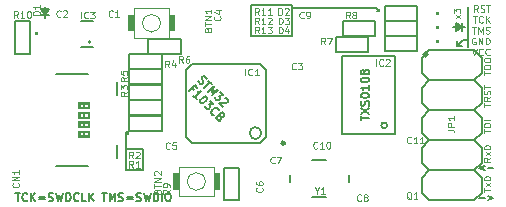
<source format=gbr>
%TF.GenerationSoftware,KiCad,Pcbnew,(6.0.7)*%
%TF.CreationDate,2022-09-08T11:38:00+02:00*%
%TF.ProjectId,blackmagic_richardeoin,626c6163-6b6d-4616-9769-635f72696368,rev?*%
%TF.SameCoordinates,Original*%
%TF.FileFunction,Legend,Top*%
%TF.FilePolarity,Positive*%
%FSLAX46Y46*%
G04 Gerber Fmt 4.6, Leading zero omitted, Abs format (unit mm)*
G04 Created by KiCad (PCBNEW (6.0.7)) date 2022-09-08 11:38:00*
%MOMM*%
%LPD*%
G01*
G04 APERTURE LIST*
%ADD10C,0.150000*%
%ADD11C,0.300000*%
%ADD12C,0.142500*%
%ADD13C,0.108000*%
%ADD14C,0.057000*%
%ADD15C,0.152400*%
%ADD16C,0.127000*%
%ADD17C,0.203200*%
%ADD18C,0.100000*%
G04 APERTURE END LIST*
D10*
X165925000Y-100100000D02*
X166250000Y-100100000D01*
X165900000Y-99725000D02*
X165900000Y-100100000D01*
X166400000Y-99600000D02*
X165900000Y-100100000D01*
X166800000Y-99600000D02*
X166400000Y-99600000D01*
X166800000Y-96800000D02*
X166800000Y-100200000D01*
X165812500Y-98712500D02*
X166012500Y-98637500D01*
X165762500Y-98900000D02*
X166287500Y-98550000D01*
X165762500Y-98200000D02*
X165762500Y-98900000D01*
X165562500Y-98550000D02*
X166512500Y-98550000D01*
X166287500Y-98550000D02*
X165762500Y-98200000D01*
X166287500Y-98875000D02*
X166287500Y-98225000D01*
X165987500Y-98462500D02*
X165812500Y-98437500D01*
X165812500Y-98437500D02*
X165812500Y-98362500D01*
X131012500Y-97525000D02*
X131362500Y-97000000D01*
X131125000Y-97050000D02*
X131200000Y-97050000D01*
X131100000Y-97225000D02*
X131125000Y-97050000D01*
X130925000Y-97250000D02*
X131100000Y-97225000D01*
X130850000Y-97050000D02*
X130925000Y-97250000D01*
X130662500Y-97000000D02*
X131012500Y-97525000D01*
X131362500Y-97000000D02*
X130662500Y-97000000D01*
X130687500Y-97525000D02*
X131337500Y-97525000D01*
X131012500Y-96800000D02*
X131012500Y-97750000D01*
D11*
X163301100Y-100853600D02*
G75*
G03*
X163301100Y-100853600I-100000J0D01*
G01*
X151251100Y-108353600D02*
G75*
G03*
X151251100Y-108353600I-100000J0D01*
G01*
D10*
X151901100Y-99303600D02*
X148451100Y-99303600D01*
X159001100Y-96903600D02*
X159301100Y-97203600D01*
X151901100Y-96903600D02*
X159001100Y-96903600D01*
X151901100Y-99303600D02*
X151901100Y-96903600D01*
X137801100Y-108853600D02*
X137801100Y-110653600D01*
X138001100Y-107403600D02*
X137801100Y-107403600D01*
X139251100Y-108853600D02*
X139251100Y-110653600D01*
X159301100Y-97203600D02*
X159101100Y-97203600D01*
X137801100Y-108853600D02*
X137801100Y-107603600D01*
X137801100Y-107603600D02*
X138001100Y-107403600D01*
X148451100Y-99303600D02*
X148451100Y-96703600D01*
X139251100Y-108853600D02*
X137801100Y-108853600D01*
X139251100Y-110653600D02*
X137801100Y-110653600D01*
X151901100Y-96703600D02*
X148451100Y-96703600D01*
X151901100Y-96903600D02*
X151901100Y-96703600D01*
X159301100Y-97203600D02*
X159301100Y-97003600D01*
X138001100Y-107403600D02*
X138001100Y-107603600D01*
D12*
X167768939Y-113036314D02*
X168203225Y-113036314D01*
X168474653Y-112873457D02*
X168908939Y-113036314D01*
X168474653Y-113199171D01*
D13*
X168130957Y-112467671D02*
X168130957Y-112141957D01*
X168700957Y-112304814D02*
X168130957Y-112304814D01*
X168700957Y-112006242D02*
X168320957Y-111707671D01*
X168320957Y-112006242D02*
X168700957Y-111707671D01*
X168700957Y-111490528D02*
X168130957Y-111490528D01*
X168130957Y-111354814D01*
X168158100Y-111273385D01*
X168212385Y-111219100D01*
X168266671Y-111191957D01*
X168375242Y-111164814D01*
X168456671Y-111164814D01*
X168565242Y-111191957D01*
X168619528Y-111219100D01*
X168673814Y-111273385D01*
X168700957Y-111354814D01*
X168700957Y-111490528D01*
X166143957Y-97796657D02*
X165763957Y-97498085D01*
X165763957Y-97796657D02*
X166143957Y-97498085D01*
X165573957Y-97335228D02*
X165573957Y-96982371D01*
X165791100Y-97172371D01*
X165791100Y-97090942D01*
X165818242Y-97036657D01*
X165845385Y-97009514D01*
X165899671Y-96982371D01*
X166035385Y-96982371D01*
X166089671Y-97009514D01*
X166116814Y-97036657D01*
X166143957Y-97090942D01*
X166143957Y-97253800D01*
X166116814Y-97308085D01*
X166089671Y-97335228D01*
D10*
X143943868Y-103104884D02*
X143990335Y-103197818D01*
X144106503Y-103313986D01*
X144176204Y-103337220D01*
X144222671Y-103337220D01*
X144292371Y-103313986D01*
X144338838Y-103267519D01*
X144362072Y-103197818D01*
X144362072Y-103151351D01*
X144338838Y-103081651D01*
X144269138Y-102965483D01*
X144245904Y-102895783D01*
X144245904Y-102849316D01*
X144269138Y-102779615D01*
X144315605Y-102733148D01*
X144385305Y-102709915D01*
X144431772Y-102709915D01*
X144501473Y-102733148D01*
X144617640Y-102849316D01*
X144664107Y-102942250D01*
X144826742Y-103058417D02*
X145105544Y-103337220D01*
X144478239Y-103685722D02*
X144966143Y-103197818D01*
X144780275Y-103987758D02*
X145268178Y-103499854D01*
X145082310Y-104010991D01*
X145593448Y-103825123D01*
X145105544Y-104313027D01*
X145779316Y-104010991D02*
X146081351Y-104313027D01*
X145732849Y-104336260D01*
X145802549Y-104405961D01*
X145825783Y-104475661D01*
X145825783Y-104522128D01*
X145802549Y-104591829D01*
X145686382Y-104707997D01*
X145616681Y-104731230D01*
X145570214Y-104731230D01*
X145500514Y-104707997D01*
X145361112Y-104568595D01*
X145337879Y-104498895D01*
X145337879Y-104452428D01*
X146220752Y-104545362D02*
X146267219Y-104545362D01*
X146336920Y-104568595D01*
X146453087Y-104684763D01*
X146476321Y-104754464D01*
X146476321Y-104800931D01*
X146453087Y-104870631D01*
X146406620Y-104917098D01*
X146313686Y-104963565D01*
X145756082Y-104963565D01*
X146058118Y-105265601D01*
X143576547Y-103843942D02*
X143413912Y-103681308D01*
X143158343Y-103936876D02*
X143646247Y-103448973D01*
X143878582Y-103681308D01*
X143832115Y-104610648D02*
X143553313Y-104331846D01*
X143692714Y-104471247D02*
X144180618Y-103983343D01*
X144064450Y-104006577D01*
X143971516Y-104006577D01*
X143901816Y-103983343D01*
X144622054Y-104424780D02*
X144668522Y-104471247D01*
X144691755Y-104540948D01*
X144691755Y-104587415D01*
X144668522Y-104657115D01*
X144598821Y-104773283D01*
X144482653Y-104889450D01*
X144366486Y-104959151D01*
X144296785Y-104982384D01*
X144250318Y-104982384D01*
X144180618Y-104959151D01*
X144134151Y-104912684D01*
X144110917Y-104842983D01*
X144110917Y-104796516D01*
X144134151Y-104726816D01*
X144203851Y-104610648D01*
X144320019Y-104494481D01*
X144436186Y-104424780D01*
X144505887Y-104401547D01*
X144552354Y-104401547D01*
X144622054Y-104424780D01*
X144947324Y-104750049D02*
X145249359Y-105052085D01*
X144900857Y-105075318D01*
X144970557Y-105145019D01*
X144993791Y-105214719D01*
X144993791Y-105261186D01*
X144970557Y-105330887D01*
X144854390Y-105447054D01*
X144784689Y-105470288D01*
X144738222Y-105470288D01*
X144668522Y-105447054D01*
X144529120Y-105307653D01*
X144505887Y-105237953D01*
X144505887Y-105191486D01*
X145295826Y-105981425D02*
X145249359Y-105981425D01*
X145156425Y-105934958D01*
X145109958Y-105888491D01*
X145063491Y-105795557D01*
X145063491Y-105702623D01*
X145086725Y-105632923D01*
X145156425Y-105516755D01*
X145226126Y-105447054D01*
X145342293Y-105377354D01*
X145411994Y-105354120D01*
X145504928Y-105354120D01*
X145597862Y-105400587D01*
X145644329Y-105447054D01*
X145690796Y-105539989D01*
X145690796Y-105586456D01*
X145876664Y-106144060D02*
X145923131Y-106236994D01*
X145923131Y-106283461D01*
X145899897Y-106353161D01*
X145830197Y-106422862D01*
X145760496Y-106446095D01*
X145714029Y-106446095D01*
X145644329Y-106422862D01*
X145458461Y-106236994D01*
X145946364Y-105749090D01*
X146108999Y-105911725D01*
X146132233Y-105981425D01*
X146132233Y-106027892D01*
X146108999Y-106097593D01*
X146062532Y-106144060D01*
X145992832Y-106167293D01*
X145946364Y-106167293D01*
X145876664Y-106144060D01*
X145714029Y-105981425D01*
D13*
X168700957Y-109588385D02*
X168429528Y-109778385D01*
X168700957Y-109914100D02*
X168130957Y-109914100D01*
X168130957Y-109696957D01*
X168158100Y-109642671D01*
X168185242Y-109615528D01*
X168239528Y-109588385D01*
X168320957Y-109588385D01*
X168375242Y-109615528D01*
X168402385Y-109642671D01*
X168429528Y-109696957D01*
X168429528Y-109914100D01*
X168700957Y-109398385D02*
X168320957Y-109099814D01*
X168320957Y-109398385D02*
X168700957Y-109099814D01*
X168700957Y-108882671D02*
X168130957Y-108882671D01*
X168130957Y-108746957D01*
X168158100Y-108665528D01*
X168212385Y-108611242D01*
X168266671Y-108584100D01*
X168375242Y-108556957D01*
X168456671Y-108556957D01*
X168565242Y-108584100D01*
X168619528Y-108611242D01*
X168673814Y-108665528D01*
X168700957Y-108746957D01*
X168700957Y-108882671D01*
X168130957Y-105296028D02*
X168130957Y-104970314D01*
X168700957Y-105133171D02*
X168130957Y-105133171D01*
X168700957Y-104454600D02*
X168429528Y-104644600D01*
X168700957Y-104780314D02*
X168130957Y-104780314D01*
X168130957Y-104563171D01*
X168158100Y-104508885D01*
X168185242Y-104481742D01*
X168239528Y-104454600D01*
X168320957Y-104454600D01*
X168375242Y-104481742D01*
X168402385Y-104508885D01*
X168429528Y-104563171D01*
X168429528Y-104780314D01*
X168673814Y-104237457D02*
X168700957Y-104156028D01*
X168700957Y-104020314D01*
X168673814Y-103966028D01*
X168646671Y-103938885D01*
X168592385Y-103911742D01*
X168538100Y-103911742D01*
X168483814Y-103938885D01*
X168456671Y-103966028D01*
X168429528Y-104020314D01*
X168402385Y-104128885D01*
X168375242Y-104183171D01*
X168348100Y-104210314D01*
X168293814Y-104237457D01*
X168239528Y-104237457D01*
X168185242Y-104210314D01*
X168158100Y-104183171D01*
X168130957Y-104128885D01*
X168130957Y-103993171D01*
X168158100Y-103911742D01*
X168130957Y-103748885D02*
X168130957Y-103423171D01*
X168700957Y-103586028D02*
X168130957Y-103586028D01*
D10*
X157723242Y-106422171D02*
X157723242Y-106027885D01*
X158413242Y-106225028D02*
X157723242Y-106225028D01*
X157723242Y-105863600D02*
X158413242Y-105403600D01*
X157723242Y-105403600D02*
X158413242Y-105863600D01*
X158380385Y-105173600D02*
X158413242Y-105075028D01*
X158413242Y-104910742D01*
X158380385Y-104845028D01*
X158347528Y-104812171D01*
X158281814Y-104779314D01*
X158216100Y-104779314D01*
X158150385Y-104812171D01*
X158117528Y-104845028D01*
X158084671Y-104910742D01*
X158051814Y-105042171D01*
X158018957Y-105107885D01*
X157986100Y-105140742D01*
X157920385Y-105173600D01*
X157854671Y-105173600D01*
X157788957Y-105140742D01*
X157756100Y-105107885D01*
X157723242Y-105042171D01*
X157723242Y-104877885D01*
X157756100Y-104779314D01*
X157723242Y-104352171D02*
X157723242Y-104286457D01*
X157756100Y-104220742D01*
X157788957Y-104187885D01*
X157854671Y-104155028D01*
X157986100Y-104122171D01*
X158150385Y-104122171D01*
X158281814Y-104155028D01*
X158347528Y-104187885D01*
X158380385Y-104220742D01*
X158413242Y-104286457D01*
X158413242Y-104352171D01*
X158380385Y-104417885D01*
X158347528Y-104450742D01*
X158281814Y-104483600D01*
X158150385Y-104516457D01*
X157986100Y-104516457D01*
X157854671Y-104483600D01*
X157788957Y-104450742D01*
X157756100Y-104417885D01*
X157723242Y-104352171D01*
X158413242Y-103465028D02*
X158413242Y-103859314D01*
X158413242Y-103662171D02*
X157723242Y-103662171D01*
X157821814Y-103727885D01*
X157887528Y-103793600D01*
X157920385Y-103859314D01*
X157723242Y-103037885D02*
X157723242Y-102972171D01*
X157756100Y-102906457D01*
X157788957Y-102873600D01*
X157854671Y-102840742D01*
X157986100Y-102807885D01*
X158150385Y-102807885D01*
X158281814Y-102840742D01*
X158347528Y-102873600D01*
X158380385Y-102906457D01*
X158413242Y-102972171D01*
X158413242Y-103037885D01*
X158380385Y-103103600D01*
X158347528Y-103136457D01*
X158281814Y-103169314D01*
X158150385Y-103202171D01*
X157986100Y-103202171D01*
X157854671Y-103169314D01*
X157788957Y-103136457D01*
X157756100Y-103103600D01*
X157723242Y-103037885D01*
X158018957Y-102413600D02*
X157986100Y-102479314D01*
X157953242Y-102512171D01*
X157887528Y-102545028D01*
X157854671Y-102545028D01*
X157788957Y-102512171D01*
X157756100Y-102479314D01*
X157723242Y-102413600D01*
X157723242Y-102282171D01*
X157756100Y-102216457D01*
X157788957Y-102183600D01*
X157854671Y-102150742D01*
X157887528Y-102150742D01*
X157953242Y-102183600D01*
X157986100Y-102216457D01*
X158018957Y-102282171D01*
X158018957Y-102413600D01*
X158051814Y-102479314D01*
X158084671Y-102512171D01*
X158150385Y-102545028D01*
X158281814Y-102545028D01*
X158347528Y-102512171D01*
X158380385Y-102479314D01*
X158413242Y-102413600D01*
X158413242Y-102282171D01*
X158380385Y-102216457D01*
X158347528Y-102183600D01*
X158281814Y-102150742D01*
X158150385Y-102150742D01*
X158084671Y-102183600D01*
X158051814Y-102216457D01*
X158018957Y-102282171D01*
D13*
X167645185Y-97246457D02*
X167455185Y-96975028D01*
X167319471Y-97246457D02*
X167319471Y-96676457D01*
X167536614Y-96676457D01*
X167590900Y-96703600D01*
X167618042Y-96730742D01*
X167645185Y-96785028D01*
X167645185Y-96866457D01*
X167618042Y-96920742D01*
X167590900Y-96947885D01*
X167536614Y-96975028D01*
X167319471Y-96975028D01*
X167862328Y-97219314D02*
X167943757Y-97246457D01*
X168079471Y-97246457D01*
X168133757Y-97219314D01*
X168160900Y-97192171D01*
X168188042Y-97137885D01*
X168188042Y-97083600D01*
X168160900Y-97029314D01*
X168133757Y-97002171D01*
X168079471Y-96975028D01*
X167970900Y-96947885D01*
X167916614Y-96920742D01*
X167889471Y-96893600D01*
X167862328Y-96839314D01*
X167862328Y-96785028D01*
X167889471Y-96730742D01*
X167916614Y-96703600D01*
X167970900Y-96676457D01*
X168106614Y-96676457D01*
X168188042Y-96703600D01*
X168350900Y-96676457D02*
X168676614Y-96676457D01*
X168513757Y-97246457D02*
X168513757Y-96676457D01*
X167210900Y-97594157D02*
X167536614Y-97594157D01*
X167373757Y-98164157D02*
X167373757Y-97594157D01*
X168052328Y-98109871D02*
X168025185Y-98137014D01*
X167943757Y-98164157D01*
X167889471Y-98164157D01*
X167808042Y-98137014D01*
X167753757Y-98082728D01*
X167726614Y-98028442D01*
X167699471Y-97919871D01*
X167699471Y-97838442D01*
X167726614Y-97729871D01*
X167753757Y-97675585D01*
X167808042Y-97621300D01*
X167889471Y-97594157D01*
X167943757Y-97594157D01*
X168025185Y-97621300D01*
X168052328Y-97648442D01*
X168296614Y-98164157D02*
X168296614Y-97594157D01*
X168622328Y-98164157D02*
X168378042Y-97838442D01*
X168622328Y-97594157D02*
X168296614Y-97919871D01*
X167156614Y-98511857D02*
X167482328Y-98511857D01*
X167319471Y-99081857D02*
X167319471Y-98511857D01*
X167672328Y-99081857D02*
X167672328Y-98511857D01*
X167862328Y-98919000D01*
X168052328Y-98511857D01*
X168052328Y-99081857D01*
X168296614Y-99054714D02*
X168378042Y-99081857D01*
X168513757Y-99081857D01*
X168568042Y-99054714D01*
X168595185Y-99027571D01*
X168622328Y-98973285D01*
X168622328Y-98919000D01*
X168595185Y-98864714D01*
X168568042Y-98837571D01*
X168513757Y-98810428D01*
X168405185Y-98783285D01*
X168350900Y-98756142D01*
X168323757Y-98729000D01*
X168296614Y-98674714D01*
X168296614Y-98620428D01*
X168323757Y-98566142D01*
X168350900Y-98539000D01*
X168405185Y-98511857D01*
X168540900Y-98511857D01*
X168622328Y-98539000D01*
X167428042Y-99456700D02*
X167373757Y-99429557D01*
X167292328Y-99429557D01*
X167210900Y-99456700D01*
X167156614Y-99510985D01*
X167129471Y-99565271D01*
X167102328Y-99673842D01*
X167102328Y-99755271D01*
X167129471Y-99863842D01*
X167156614Y-99918128D01*
X167210900Y-99972414D01*
X167292328Y-99999557D01*
X167346614Y-99999557D01*
X167428042Y-99972414D01*
X167455185Y-99945271D01*
X167455185Y-99755271D01*
X167346614Y-99755271D01*
X167699471Y-99999557D02*
X167699471Y-99429557D01*
X168025185Y-99999557D01*
X168025185Y-99429557D01*
X168296614Y-99999557D02*
X168296614Y-99429557D01*
X168432328Y-99429557D01*
X168513757Y-99456700D01*
X168568042Y-99510985D01*
X168595185Y-99565271D01*
X168622328Y-99673842D01*
X168622328Y-99755271D01*
X168595185Y-99863842D01*
X168568042Y-99918128D01*
X168513757Y-99972414D01*
X168432328Y-99999557D01*
X168296614Y-99999557D01*
X167156614Y-100347257D02*
X167346614Y-100917257D01*
X167536614Y-100347257D01*
X168052328Y-100862971D02*
X168025185Y-100890114D01*
X167943757Y-100917257D01*
X167889471Y-100917257D01*
X167808042Y-100890114D01*
X167753757Y-100835828D01*
X167726614Y-100781542D01*
X167699471Y-100672971D01*
X167699471Y-100591542D01*
X167726614Y-100482971D01*
X167753757Y-100428685D01*
X167808042Y-100374400D01*
X167889471Y-100347257D01*
X167943757Y-100347257D01*
X168025185Y-100374400D01*
X168052328Y-100401542D01*
X168622328Y-100862971D02*
X168595185Y-100890114D01*
X168513757Y-100917257D01*
X168459471Y-100917257D01*
X168378042Y-100890114D01*
X168323757Y-100835828D01*
X168296614Y-100781542D01*
X168269471Y-100672971D01*
X168269471Y-100591542D01*
X168296614Y-100482971D01*
X168323757Y-100428685D01*
X168378042Y-100374400D01*
X168459471Y-100347257D01*
X168513757Y-100347257D01*
X168595185Y-100374400D01*
X168622328Y-100401542D01*
D12*
X168203225Y-110333457D02*
X167768939Y-110496314D01*
X168203225Y-110659171D01*
X168474653Y-110496314D02*
X168908939Y-110496314D01*
D13*
X168130957Y-107483171D02*
X168130957Y-107157457D01*
X168700957Y-107320314D02*
X168130957Y-107320314D01*
X168700957Y-106967457D02*
X168130957Y-106967457D01*
X168130957Y-106831742D01*
X168158100Y-106750314D01*
X168212385Y-106696028D01*
X168266671Y-106668885D01*
X168375242Y-106641742D01*
X168456671Y-106641742D01*
X168565242Y-106668885D01*
X168619528Y-106696028D01*
X168673814Y-106750314D01*
X168700957Y-106831742D01*
X168700957Y-106967457D01*
X168700957Y-106397457D02*
X168130957Y-106397457D01*
X168130957Y-102566028D02*
X168130957Y-102240314D01*
X168700957Y-102403171D02*
X168130957Y-102403171D01*
X168700957Y-102050314D02*
X168130957Y-102050314D01*
X168130957Y-101914600D01*
X168158100Y-101833171D01*
X168212385Y-101778885D01*
X168266671Y-101751742D01*
X168375242Y-101724600D01*
X168456671Y-101724600D01*
X168565242Y-101751742D01*
X168619528Y-101778885D01*
X168673814Y-101833171D01*
X168700957Y-101914600D01*
X168700957Y-102050314D01*
X168130957Y-101371742D02*
X168130957Y-101263171D01*
X168158100Y-101208885D01*
X168212385Y-101154600D01*
X168320957Y-101127457D01*
X168510957Y-101127457D01*
X168619528Y-101154600D01*
X168673814Y-101208885D01*
X168700957Y-101263171D01*
X168700957Y-101371742D01*
X168673814Y-101426028D01*
X168619528Y-101480314D01*
X168510957Y-101507457D01*
X168320957Y-101507457D01*
X168212385Y-101480314D01*
X168158100Y-101426028D01*
X168130957Y-101371742D01*
D10*
X128464314Y-112580742D02*
X128858600Y-112580742D01*
X128661457Y-113270742D02*
X128661457Y-112580742D01*
X129482885Y-113205028D02*
X129450028Y-113237885D01*
X129351457Y-113270742D01*
X129285742Y-113270742D01*
X129187171Y-113237885D01*
X129121457Y-113172171D01*
X129088600Y-113106457D01*
X129055742Y-112975028D01*
X129055742Y-112876457D01*
X129088600Y-112745028D01*
X129121457Y-112679314D01*
X129187171Y-112613600D01*
X129285742Y-112580742D01*
X129351457Y-112580742D01*
X129450028Y-112613600D01*
X129482885Y-112646457D01*
X129778600Y-113270742D02*
X129778600Y-112580742D01*
X130172885Y-113270742D02*
X129877171Y-112876457D01*
X130172885Y-112580742D02*
X129778600Y-112975028D01*
X130468600Y-112909314D02*
X130994314Y-112909314D01*
X130994314Y-113106457D02*
X130468600Y-113106457D01*
X131290028Y-113237885D02*
X131388600Y-113270742D01*
X131552885Y-113270742D01*
X131618600Y-113237885D01*
X131651457Y-113205028D01*
X131684314Y-113139314D01*
X131684314Y-113073600D01*
X131651457Y-113007885D01*
X131618600Y-112975028D01*
X131552885Y-112942171D01*
X131421457Y-112909314D01*
X131355742Y-112876457D01*
X131322885Y-112843600D01*
X131290028Y-112777885D01*
X131290028Y-112712171D01*
X131322885Y-112646457D01*
X131355742Y-112613600D01*
X131421457Y-112580742D01*
X131585742Y-112580742D01*
X131684314Y-112613600D01*
X131914314Y-112580742D02*
X132078600Y-113270742D01*
X132210028Y-112777885D01*
X132341457Y-113270742D01*
X132505742Y-112580742D01*
X132768600Y-113270742D02*
X132768600Y-112580742D01*
X132932885Y-112580742D01*
X133031457Y-112613600D01*
X133097171Y-112679314D01*
X133130028Y-112745028D01*
X133162885Y-112876457D01*
X133162885Y-112975028D01*
X133130028Y-113106457D01*
X133097171Y-113172171D01*
X133031457Y-113237885D01*
X132932885Y-113270742D01*
X132768600Y-113270742D01*
X133852885Y-113205028D02*
X133820028Y-113237885D01*
X133721457Y-113270742D01*
X133655742Y-113270742D01*
X133557171Y-113237885D01*
X133491457Y-113172171D01*
X133458600Y-113106457D01*
X133425742Y-112975028D01*
X133425742Y-112876457D01*
X133458600Y-112745028D01*
X133491457Y-112679314D01*
X133557171Y-112613600D01*
X133655742Y-112580742D01*
X133721457Y-112580742D01*
X133820028Y-112613600D01*
X133852885Y-112646457D01*
X134477171Y-113270742D02*
X134148600Y-113270742D01*
X134148600Y-112580742D01*
X134707171Y-113270742D02*
X134707171Y-112580742D01*
X135101457Y-113270742D02*
X134805742Y-112876457D01*
X135101457Y-112580742D02*
X134707171Y-112975028D01*
X135824314Y-112580742D02*
X136218600Y-112580742D01*
X136021457Y-113270742D02*
X136021457Y-112580742D01*
X136448600Y-113270742D02*
X136448600Y-112580742D01*
X136678600Y-113073600D01*
X136908600Y-112580742D01*
X136908600Y-113270742D01*
X137204314Y-113237885D02*
X137302885Y-113270742D01*
X137467171Y-113270742D01*
X137532885Y-113237885D01*
X137565742Y-113205028D01*
X137598600Y-113139314D01*
X137598600Y-113073600D01*
X137565742Y-113007885D01*
X137532885Y-112975028D01*
X137467171Y-112942171D01*
X137335742Y-112909314D01*
X137270028Y-112876457D01*
X137237171Y-112843600D01*
X137204314Y-112777885D01*
X137204314Y-112712171D01*
X137237171Y-112646457D01*
X137270028Y-112613600D01*
X137335742Y-112580742D01*
X137500028Y-112580742D01*
X137598600Y-112613600D01*
X137894314Y-112909314D02*
X138420028Y-112909314D01*
X138420028Y-113106457D02*
X137894314Y-113106457D01*
X138715742Y-113237885D02*
X138814314Y-113270742D01*
X138978600Y-113270742D01*
X139044314Y-113237885D01*
X139077171Y-113205028D01*
X139110028Y-113139314D01*
X139110028Y-113073600D01*
X139077171Y-113007885D01*
X139044314Y-112975028D01*
X138978600Y-112942171D01*
X138847171Y-112909314D01*
X138781457Y-112876457D01*
X138748600Y-112843600D01*
X138715742Y-112777885D01*
X138715742Y-112712171D01*
X138748600Y-112646457D01*
X138781457Y-112613600D01*
X138847171Y-112580742D01*
X139011457Y-112580742D01*
X139110028Y-112613600D01*
X139340028Y-112580742D02*
X139504314Y-113270742D01*
X139635742Y-112777885D01*
X139767171Y-113270742D01*
X139931457Y-112580742D01*
X140194314Y-113270742D02*
X140194314Y-112580742D01*
X140358600Y-112580742D01*
X140457171Y-112613600D01*
X140522885Y-112679314D01*
X140555742Y-112745028D01*
X140588600Y-112876457D01*
X140588600Y-112975028D01*
X140555742Y-113106457D01*
X140522885Y-113172171D01*
X140457171Y-113237885D01*
X140358600Y-113270742D01*
X140194314Y-113270742D01*
X140884314Y-113270742D02*
X140884314Y-112580742D01*
X141344314Y-112580742D02*
X141475742Y-112580742D01*
X141541457Y-112613600D01*
X141607171Y-112679314D01*
X141640028Y-112810742D01*
X141640028Y-113040742D01*
X141607171Y-113172171D01*
X141541457Y-113237885D01*
X141475742Y-113270742D01*
X141344314Y-113270742D01*
X141278600Y-113237885D01*
X141212885Y-113172171D01*
X141180028Y-113040742D01*
X141180028Y-112810742D01*
X141212885Y-112679314D01*
X141278600Y-112613600D01*
X141344314Y-112580742D01*
D14*
%TO.C,IC1*%
X147939378Y-102617857D02*
X147939378Y-102047857D01*
X148536521Y-102563571D02*
X148509378Y-102590714D01*
X148427950Y-102617857D01*
X148373664Y-102617857D01*
X148292235Y-102590714D01*
X148237950Y-102536428D01*
X148210807Y-102482142D01*
X148183664Y-102373571D01*
X148183664Y-102292142D01*
X148210807Y-102183571D01*
X148237950Y-102129285D01*
X148292235Y-102075000D01*
X148373664Y-102047857D01*
X148427950Y-102047857D01*
X148509378Y-102075000D01*
X148536521Y-102102142D01*
X149079378Y-102617857D02*
X148753664Y-102617857D01*
X148916521Y-102617857D02*
X148916521Y-102047857D01*
X148862235Y-102129285D01*
X148807950Y-102183571D01*
X148753664Y-102210714D01*
%TO.C,Q1*%
X162002764Y-113127142D02*
X161948478Y-113100000D01*
X161894192Y-113045714D01*
X161812764Y-112964285D01*
X161758478Y-112937142D01*
X161704192Y-112937142D01*
X161731335Y-113072857D02*
X161677050Y-113045714D01*
X161622764Y-112991428D01*
X161595621Y-112882857D01*
X161595621Y-112692857D01*
X161622764Y-112584285D01*
X161677050Y-112530000D01*
X161731335Y-112502857D01*
X161839907Y-112502857D01*
X161894192Y-112530000D01*
X161948478Y-112584285D01*
X161975621Y-112692857D01*
X161975621Y-112882857D01*
X161948478Y-112991428D01*
X161894192Y-113045714D01*
X161839907Y-113072857D01*
X161731335Y-113072857D01*
X162518478Y-113072857D02*
X162192764Y-113072857D01*
X162355621Y-113072857D02*
X162355621Y-112502857D01*
X162301335Y-112584285D01*
X162247050Y-112638571D01*
X162192764Y-112665714D01*
%TO.C,R4*%
X141498478Y-101947857D02*
X141308478Y-101676428D01*
X141172764Y-101947857D02*
X141172764Y-101377857D01*
X141389907Y-101377857D01*
X141444192Y-101405000D01*
X141471335Y-101432142D01*
X141498478Y-101486428D01*
X141498478Y-101567857D01*
X141471335Y-101622142D01*
X141444192Y-101649285D01*
X141389907Y-101676428D01*
X141172764Y-101676428D01*
X141987050Y-101567857D02*
X141987050Y-101947857D01*
X141851335Y-101350714D02*
X141715621Y-101757857D01*
X142068478Y-101757857D01*
%TO.C,CN1*%
X128738571Y-111760621D02*
X128765714Y-111787764D01*
X128792857Y-111869192D01*
X128792857Y-111923478D01*
X128765714Y-112004907D01*
X128711428Y-112059192D01*
X128657142Y-112086335D01*
X128548571Y-112113478D01*
X128467142Y-112113478D01*
X128358571Y-112086335D01*
X128304285Y-112059192D01*
X128250000Y-112004907D01*
X128222857Y-111923478D01*
X128222857Y-111869192D01*
X128250000Y-111787764D01*
X128277142Y-111760621D01*
X128792857Y-111516335D02*
X128222857Y-111516335D01*
X128792857Y-111190621D01*
X128222857Y-111190621D01*
X128792857Y-110620621D02*
X128792857Y-110946335D01*
X128792857Y-110783478D02*
X128222857Y-110783478D01*
X128304285Y-110837764D01*
X128358571Y-110892050D01*
X128385714Y-110946335D01*
%TO.C,R1*%
X138448478Y-110422857D02*
X138258478Y-110151428D01*
X138122764Y-110422857D02*
X138122764Y-109852857D01*
X138339907Y-109852857D01*
X138394192Y-109880000D01*
X138421335Y-109907142D01*
X138448478Y-109961428D01*
X138448478Y-110042857D01*
X138421335Y-110097142D01*
X138394192Y-110124285D01*
X138339907Y-110151428D01*
X138122764Y-110151428D01*
X138991335Y-110422857D02*
X138665621Y-110422857D01*
X138828478Y-110422857D02*
X138828478Y-109852857D01*
X138774192Y-109934285D01*
X138719907Y-109988571D01*
X138665621Y-110015714D01*
%TO.C,R2*%
X138448478Y-109647857D02*
X138258478Y-109376428D01*
X138122764Y-109647857D02*
X138122764Y-109077857D01*
X138339907Y-109077857D01*
X138394192Y-109105000D01*
X138421335Y-109132142D01*
X138448478Y-109186428D01*
X138448478Y-109267857D01*
X138421335Y-109322142D01*
X138394192Y-109349285D01*
X138339907Y-109376428D01*
X138122764Y-109376428D01*
X138665621Y-109132142D02*
X138692764Y-109105000D01*
X138747050Y-109077857D01*
X138882764Y-109077857D01*
X138937050Y-109105000D01*
X138964192Y-109132142D01*
X138991335Y-109186428D01*
X138991335Y-109240714D01*
X138964192Y-109322142D01*
X138638478Y-109647857D01*
X138991335Y-109647857D01*
%TO.C,R5*%
X137947857Y-102776521D02*
X137676428Y-102966521D01*
X137947857Y-103102235D02*
X137377857Y-103102235D01*
X137377857Y-102885092D01*
X137405000Y-102830807D01*
X137432142Y-102803664D01*
X137486428Y-102776521D01*
X137567857Y-102776521D01*
X137622142Y-102803664D01*
X137649285Y-102830807D01*
X137676428Y-102885092D01*
X137676428Y-103102235D01*
X137377857Y-102260807D02*
X137377857Y-102532235D01*
X137649285Y-102559378D01*
X137622142Y-102532235D01*
X137595000Y-102477950D01*
X137595000Y-102342235D01*
X137622142Y-102287950D01*
X137649285Y-102260807D01*
X137703571Y-102233664D01*
X137839285Y-102233664D01*
X137893571Y-102260807D01*
X137920714Y-102287950D01*
X137947857Y-102342235D01*
X137947857Y-102477950D01*
X137920714Y-102532235D01*
X137893571Y-102559378D01*
%TO.C,R3*%
X137947857Y-104001521D02*
X137676428Y-104191521D01*
X137947857Y-104327235D02*
X137377857Y-104327235D01*
X137377857Y-104110092D01*
X137405000Y-104055807D01*
X137432142Y-104028664D01*
X137486428Y-104001521D01*
X137567857Y-104001521D01*
X137622142Y-104028664D01*
X137649285Y-104055807D01*
X137676428Y-104110092D01*
X137676428Y-104327235D01*
X137377857Y-103811521D02*
X137377857Y-103458664D01*
X137595000Y-103648664D01*
X137595000Y-103567235D01*
X137622142Y-103512950D01*
X137649285Y-103485807D01*
X137703571Y-103458664D01*
X137839285Y-103458664D01*
X137893571Y-103485807D01*
X137920714Y-103512950D01*
X137947857Y-103567235D01*
X137947857Y-103730092D01*
X137920714Y-103784378D01*
X137893571Y-103811521D01*
%TO.C,BTN1*%
X144769285Y-98755621D02*
X144796428Y-98674192D01*
X144823571Y-98647050D01*
X144877857Y-98619907D01*
X144959285Y-98619907D01*
X145013571Y-98647050D01*
X145040714Y-98674192D01*
X145067857Y-98728478D01*
X145067857Y-98945621D01*
X144497857Y-98945621D01*
X144497857Y-98755621D01*
X144525000Y-98701335D01*
X144552142Y-98674192D01*
X144606428Y-98647050D01*
X144660714Y-98647050D01*
X144715000Y-98674192D01*
X144742142Y-98701335D01*
X144769285Y-98755621D01*
X144769285Y-98945621D01*
X144497857Y-98457050D02*
X144497857Y-98131335D01*
X145067857Y-98294192D02*
X144497857Y-98294192D01*
X145067857Y-97941335D02*
X144497857Y-97941335D01*
X145067857Y-97615621D01*
X144497857Y-97615621D01*
X145067857Y-97045621D02*
X145067857Y-97371335D01*
X145067857Y-97208478D02*
X144497857Y-97208478D01*
X144579285Y-97262764D01*
X144633571Y-97317050D01*
X144660714Y-97371335D01*
%TO.C,R6*%
X142673478Y-101547857D02*
X142483478Y-101276428D01*
X142347764Y-101547857D02*
X142347764Y-100977857D01*
X142564907Y-100977857D01*
X142619192Y-101005000D01*
X142646335Y-101032142D01*
X142673478Y-101086428D01*
X142673478Y-101167857D01*
X142646335Y-101222142D01*
X142619192Y-101249285D01*
X142564907Y-101276428D01*
X142347764Y-101276428D01*
X143162050Y-100977857D02*
X143053478Y-100977857D01*
X142999192Y-101005000D01*
X142972050Y-101032142D01*
X142917764Y-101113571D01*
X142890621Y-101222142D01*
X142890621Y-101439285D01*
X142917764Y-101493571D01*
X142944907Y-101520714D01*
X142999192Y-101547857D01*
X143107764Y-101547857D01*
X143162050Y-101520714D01*
X143189192Y-101493571D01*
X143216335Y-101439285D01*
X143216335Y-101303571D01*
X143189192Y-101249285D01*
X143162050Y-101222142D01*
X143107764Y-101195000D01*
X142999192Y-101195000D01*
X142944907Y-101222142D01*
X142917764Y-101249285D01*
X142890621Y-101303571D01*
%TO.C,IC2*%
X159014378Y-101817857D02*
X159014378Y-101247857D01*
X159611521Y-101763571D02*
X159584378Y-101790714D01*
X159502950Y-101817857D01*
X159448664Y-101817857D01*
X159367235Y-101790714D01*
X159312950Y-101736428D01*
X159285807Y-101682142D01*
X159258664Y-101573571D01*
X159258664Y-101492142D01*
X159285807Y-101383571D01*
X159312950Y-101329285D01*
X159367235Y-101275000D01*
X159448664Y-101247857D01*
X159502950Y-101247857D01*
X159584378Y-101275000D01*
X159611521Y-101302142D01*
X159828664Y-101302142D02*
X159855807Y-101275000D01*
X159910092Y-101247857D01*
X160045807Y-101247857D01*
X160100092Y-101275000D01*
X160127235Y-101302142D01*
X160154378Y-101356428D01*
X160154378Y-101410714D01*
X160127235Y-101492142D01*
X159801521Y-101817857D01*
X160154378Y-101817857D01*
%TO.C,R7*%
X154711521Y-99992857D02*
X154521521Y-99721428D01*
X154385807Y-99992857D02*
X154385807Y-99422857D01*
X154602950Y-99422857D01*
X154657235Y-99450000D01*
X154684378Y-99477142D01*
X154711521Y-99531428D01*
X154711521Y-99612857D01*
X154684378Y-99667142D01*
X154657235Y-99694285D01*
X154602950Y-99721428D01*
X154385807Y-99721428D01*
X154901521Y-99422857D02*
X155281521Y-99422857D01*
X155037235Y-99992857D01*
%TO.C,R8*%
X156798478Y-97797857D02*
X156608478Y-97526428D01*
X156472764Y-97797857D02*
X156472764Y-97227857D01*
X156689907Y-97227857D01*
X156744192Y-97255000D01*
X156771335Y-97282142D01*
X156798478Y-97336428D01*
X156798478Y-97417857D01*
X156771335Y-97472142D01*
X156744192Y-97499285D01*
X156689907Y-97526428D01*
X156472764Y-97526428D01*
X157124192Y-97472142D02*
X157069907Y-97445000D01*
X157042764Y-97417857D01*
X157015621Y-97363571D01*
X157015621Y-97336428D01*
X157042764Y-97282142D01*
X157069907Y-97255000D01*
X157124192Y-97227857D01*
X157232764Y-97227857D01*
X157287050Y-97255000D01*
X157314192Y-97282142D01*
X157341335Y-97336428D01*
X157341335Y-97363571D01*
X157314192Y-97417857D01*
X157287050Y-97445000D01*
X157232764Y-97472142D01*
X157124192Y-97472142D01*
X157069907Y-97499285D01*
X157042764Y-97526428D01*
X157015621Y-97580714D01*
X157015621Y-97689285D01*
X157042764Y-97743571D01*
X157069907Y-97770714D01*
X157124192Y-97797857D01*
X157232764Y-97797857D01*
X157287050Y-97770714D01*
X157314192Y-97743571D01*
X157341335Y-97689285D01*
X157341335Y-97580714D01*
X157314192Y-97526428D01*
X157287050Y-97499285D01*
X157232764Y-97472142D01*
%TO.C,C9*%
X152873478Y-97743571D02*
X152846335Y-97770714D01*
X152764907Y-97797857D01*
X152710621Y-97797857D01*
X152629192Y-97770714D01*
X152574907Y-97716428D01*
X152547764Y-97662142D01*
X152520621Y-97553571D01*
X152520621Y-97472142D01*
X152547764Y-97363571D01*
X152574907Y-97309285D01*
X152629192Y-97255000D01*
X152710621Y-97227857D01*
X152764907Y-97227857D01*
X152846335Y-97255000D01*
X152873478Y-97282142D01*
X153144907Y-97797857D02*
X153253478Y-97797857D01*
X153307764Y-97770714D01*
X153334907Y-97743571D01*
X153389192Y-97662142D01*
X153416335Y-97553571D01*
X153416335Y-97336428D01*
X153389192Y-97282142D01*
X153362050Y-97255000D01*
X153307764Y-97227857D01*
X153199192Y-97227857D01*
X153144907Y-97255000D01*
X153117764Y-97282142D01*
X153090621Y-97336428D01*
X153090621Y-97472142D01*
X153117764Y-97526428D01*
X153144907Y-97553571D01*
X153199192Y-97580714D01*
X153307764Y-97580714D01*
X153362050Y-97553571D01*
X153389192Y-97526428D01*
X153416335Y-97472142D01*
%TO.C,Y1*%
X154006335Y-112401428D02*
X154006335Y-112672857D01*
X153816335Y-112102857D02*
X154006335Y-112401428D01*
X154196335Y-112102857D01*
X154684907Y-112672857D02*
X154359192Y-112672857D01*
X154522050Y-112672857D02*
X154522050Y-112102857D01*
X154467764Y-112184285D01*
X154413478Y-112238571D01*
X154359192Y-112265714D01*
%TO.C,C7*%
X150423478Y-110018571D02*
X150396335Y-110045714D01*
X150314907Y-110072857D01*
X150260621Y-110072857D01*
X150179192Y-110045714D01*
X150124907Y-109991428D01*
X150097764Y-109937142D01*
X150070621Y-109828571D01*
X150070621Y-109747142D01*
X150097764Y-109638571D01*
X150124907Y-109584285D01*
X150179192Y-109530000D01*
X150260621Y-109502857D01*
X150314907Y-109502857D01*
X150396335Y-109530000D01*
X150423478Y-109557142D01*
X150613478Y-109502857D02*
X150993478Y-109502857D01*
X150749192Y-110072857D01*
%TO.C,C8*%
X157761521Y-113213571D02*
X157734378Y-113240714D01*
X157652950Y-113267857D01*
X157598664Y-113267857D01*
X157517235Y-113240714D01*
X157462950Y-113186428D01*
X157435807Y-113132142D01*
X157408664Y-113023571D01*
X157408664Y-112942142D01*
X157435807Y-112833571D01*
X157462950Y-112779285D01*
X157517235Y-112725000D01*
X157598664Y-112697857D01*
X157652950Y-112697857D01*
X157734378Y-112725000D01*
X157761521Y-112752142D01*
X158087235Y-112942142D02*
X158032950Y-112915000D01*
X158005807Y-112887857D01*
X157978664Y-112833571D01*
X157978664Y-112806428D01*
X158005807Y-112752142D01*
X158032950Y-112725000D01*
X158087235Y-112697857D01*
X158195807Y-112697857D01*
X158250092Y-112725000D01*
X158277235Y-112752142D01*
X158304378Y-112806428D01*
X158304378Y-112833571D01*
X158277235Y-112887857D01*
X158250092Y-112915000D01*
X158195807Y-112942142D01*
X158087235Y-112942142D01*
X158032950Y-112969285D01*
X158005807Y-112996428D01*
X157978664Y-113050714D01*
X157978664Y-113159285D01*
X158005807Y-113213571D01*
X158032950Y-113240714D01*
X158087235Y-113267857D01*
X158195807Y-113267857D01*
X158250092Y-113240714D01*
X158277235Y-113213571D01*
X158304378Y-113159285D01*
X158304378Y-113050714D01*
X158277235Y-112996428D01*
X158250092Y-112969285D01*
X158195807Y-112942142D01*
%TO.C,D2*%
X150747764Y-97497857D02*
X150747764Y-96927857D01*
X150883478Y-96927857D01*
X150964907Y-96955000D01*
X151019192Y-97009285D01*
X151046335Y-97063571D01*
X151073478Y-97172142D01*
X151073478Y-97253571D01*
X151046335Y-97362142D01*
X151019192Y-97416428D01*
X150964907Y-97470714D01*
X150883478Y-97497857D01*
X150747764Y-97497857D01*
X151290621Y-96982142D02*
X151317764Y-96955000D01*
X151372050Y-96927857D01*
X151507764Y-96927857D01*
X151562050Y-96955000D01*
X151589192Y-96982142D01*
X151616335Y-97036428D01*
X151616335Y-97090714D01*
X151589192Y-97172142D01*
X151263478Y-97497857D01*
X151616335Y-97497857D01*
%TO.C,R11*%
X149098478Y-97497857D02*
X148908478Y-97226428D01*
X148772764Y-97497857D02*
X148772764Y-96927857D01*
X148989907Y-96927857D01*
X149044192Y-96955000D01*
X149071335Y-96982142D01*
X149098478Y-97036428D01*
X149098478Y-97117857D01*
X149071335Y-97172142D01*
X149044192Y-97199285D01*
X148989907Y-97226428D01*
X148772764Y-97226428D01*
X149641335Y-97497857D02*
X149315621Y-97497857D01*
X149478478Y-97497857D02*
X149478478Y-96927857D01*
X149424192Y-97009285D01*
X149369907Y-97063571D01*
X149315621Y-97090714D01*
X150184192Y-97497857D02*
X149858478Y-97497857D01*
X150021335Y-97497857D02*
X150021335Y-96927857D01*
X149967050Y-97009285D01*
X149912764Y-97063571D01*
X149858478Y-97090714D01*
%TO.C,D1*%
X130547857Y-97502235D02*
X129977857Y-97502235D01*
X129977857Y-97366521D01*
X130005000Y-97285092D01*
X130059285Y-97230807D01*
X130113571Y-97203664D01*
X130222142Y-97176521D01*
X130303571Y-97176521D01*
X130412142Y-97203664D01*
X130466428Y-97230807D01*
X130520714Y-97285092D01*
X130547857Y-97366521D01*
X130547857Y-97502235D01*
X130547857Y-96633664D02*
X130547857Y-96959378D01*
X130547857Y-96796521D02*
X129977857Y-96796521D01*
X130059285Y-96850807D01*
X130113571Y-96905092D01*
X130140714Y-96959378D01*
%TO.C,R10*%
X128698478Y-97747857D02*
X128508478Y-97476428D01*
X128372764Y-97747857D02*
X128372764Y-97177857D01*
X128589907Y-97177857D01*
X128644192Y-97205000D01*
X128671335Y-97232142D01*
X128698478Y-97286428D01*
X128698478Y-97367857D01*
X128671335Y-97422142D01*
X128644192Y-97449285D01*
X128589907Y-97476428D01*
X128372764Y-97476428D01*
X129241335Y-97747857D02*
X128915621Y-97747857D01*
X129078478Y-97747857D02*
X129078478Y-97177857D01*
X129024192Y-97259285D01*
X128969907Y-97313571D01*
X128915621Y-97340714D01*
X129594192Y-97177857D02*
X129648478Y-97177857D01*
X129702764Y-97205000D01*
X129729907Y-97232142D01*
X129757050Y-97286428D01*
X129784192Y-97395000D01*
X129784192Y-97530714D01*
X129757050Y-97639285D01*
X129729907Y-97693571D01*
X129702764Y-97720714D01*
X129648478Y-97747857D01*
X129594192Y-97747857D01*
X129539907Y-97720714D01*
X129512764Y-97693571D01*
X129485621Y-97639285D01*
X129458478Y-97530714D01*
X129458478Y-97395000D01*
X129485621Y-97286428D01*
X129512764Y-97232142D01*
X129539907Y-97205000D01*
X129594192Y-97177857D01*
%TO.C,D3*%
X150772764Y-98297857D02*
X150772764Y-97727857D01*
X150908478Y-97727857D01*
X150989907Y-97755000D01*
X151044192Y-97809285D01*
X151071335Y-97863571D01*
X151098478Y-97972142D01*
X151098478Y-98053571D01*
X151071335Y-98162142D01*
X151044192Y-98216428D01*
X150989907Y-98270714D01*
X150908478Y-98297857D01*
X150772764Y-98297857D01*
X151288478Y-97727857D02*
X151641335Y-97727857D01*
X151451335Y-97945000D01*
X151532764Y-97945000D01*
X151587050Y-97972142D01*
X151614192Y-97999285D01*
X151641335Y-98053571D01*
X151641335Y-98189285D01*
X151614192Y-98243571D01*
X151587050Y-98270714D01*
X151532764Y-98297857D01*
X151369907Y-98297857D01*
X151315621Y-98270714D01*
X151288478Y-98243571D01*
%TO.C,R12*%
X149098478Y-98297857D02*
X148908478Y-98026428D01*
X148772764Y-98297857D02*
X148772764Y-97727857D01*
X148989907Y-97727857D01*
X149044192Y-97755000D01*
X149071335Y-97782142D01*
X149098478Y-97836428D01*
X149098478Y-97917857D01*
X149071335Y-97972142D01*
X149044192Y-97999285D01*
X148989907Y-98026428D01*
X148772764Y-98026428D01*
X149641335Y-98297857D02*
X149315621Y-98297857D01*
X149478478Y-98297857D02*
X149478478Y-97727857D01*
X149424192Y-97809285D01*
X149369907Y-97863571D01*
X149315621Y-97890714D01*
X149858478Y-97782142D02*
X149885621Y-97755000D01*
X149939907Y-97727857D01*
X150075621Y-97727857D01*
X150129907Y-97755000D01*
X150157050Y-97782142D01*
X150184192Y-97836428D01*
X150184192Y-97890714D01*
X150157050Y-97972142D01*
X149831335Y-98297857D01*
X150184192Y-98297857D01*
%TO.C,D4*%
X150772764Y-99072857D02*
X150772764Y-98502857D01*
X150908478Y-98502857D01*
X150989907Y-98530000D01*
X151044192Y-98584285D01*
X151071335Y-98638571D01*
X151098478Y-98747142D01*
X151098478Y-98828571D01*
X151071335Y-98937142D01*
X151044192Y-98991428D01*
X150989907Y-99045714D01*
X150908478Y-99072857D01*
X150772764Y-99072857D01*
X151587050Y-98692857D02*
X151587050Y-99072857D01*
X151451335Y-98475714D02*
X151315621Y-98882857D01*
X151668478Y-98882857D01*
%TO.C,R13*%
X149098478Y-99072857D02*
X148908478Y-98801428D01*
X148772764Y-99072857D02*
X148772764Y-98502857D01*
X148989907Y-98502857D01*
X149044192Y-98530000D01*
X149071335Y-98557142D01*
X149098478Y-98611428D01*
X149098478Y-98692857D01*
X149071335Y-98747142D01*
X149044192Y-98774285D01*
X148989907Y-98801428D01*
X148772764Y-98801428D01*
X149641335Y-99072857D02*
X149315621Y-99072857D01*
X149478478Y-99072857D02*
X149478478Y-98502857D01*
X149424192Y-98584285D01*
X149369907Y-98638571D01*
X149315621Y-98665714D01*
X149831335Y-98502857D02*
X150184192Y-98502857D01*
X149994192Y-98720000D01*
X150075621Y-98720000D01*
X150129907Y-98747142D01*
X150157050Y-98774285D01*
X150184192Y-98828571D01*
X150184192Y-98964285D01*
X150157050Y-99018571D01*
X150129907Y-99045714D01*
X150075621Y-99072857D01*
X149912764Y-99072857D01*
X149858478Y-99045714D01*
X149831335Y-99018571D01*
%TO.C,IC3*%
X134047764Y-97797857D02*
X134047764Y-97227857D01*
X134644907Y-97743571D02*
X134617764Y-97770714D01*
X134536335Y-97797857D01*
X134482050Y-97797857D01*
X134400621Y-97770714D01*
X134346335Y-97716428D01*
X134319192Y-97662142D01*
X134292050Y-97553571D01*
X134292050Y-97472142D01*
X134319192Y-97363571D01*
X134346335Y-97309285D01*
X134400621Y-97255000D01*
X134482050Y-97227857D01*
X134536335Y-97227857D01*
X134617764Y-97255000D01*
X134644907Y-97282142D01*
X134834907Y-97227857D02*
X135187764Y-97227857D01*
X134997764Y-97445000D01*
X135079192Y-97445000D01*
X135133478Y-97472142D01*
X135160621Y-97499285D01*
X135187764Y-97553571D01*
X135187764Y-97689285D01*
X135160621Y-97743571D01*
X135133478Y-97770714D01*
X135079192Y-97797857D01*
X134916335Y-97797857D01*
X134862050Y-97770714D01*
X134834907Y-97743571D01*
%TO.C,C1*%
X136723478Y-97618571D02*
X136696335Y-97645714D01*
X136614907Y-97672857D01*
X136560621Y-97672857D01*
X136479192Y-97645714D01*
X136424907Y-97591428D01*
X136397764Y-97537142D01*
X136370621Y-97428571D01*
X136370621Y-97347142D01*
X136397764Y-97238571D01*
X136424907Y-97184285D01*
X136479192Y-97130000D01*
X136560621Y-97102857D01*
X136614907Y-97102857D01*
X136696335Y-97130000D01*
X136723478Y-97157142D01*
X137266335Y-97672857D02*
X136940621Y-97672857D01*
X137103478Y-97672857D02*
X137103478Y-97102857D01*
X137049192Y-97184285D01*
X136994907Y-97238571D01*
X136940621Y-97265714D01*
%TO.C,C2*%
X132298478Y-97618571D02*
X132271335Y-97645714D01*
X132189907Y-97672857D01*
X132135621Y-97672857D01*
X132054192Y-97645714D01*
X131999907Y-97591428D01*
X131972764Y-97537142D01*
X131945621Y-97428571D01*
X131945621Y-97347142D01*
X131972764Y-97238571D01*
X131999907Y-97184285D01*
X132054192Y-97130000D01*
X132135621Y-97102857D01*
X132189907Y-97102857D01*
X132271335Y-97130000D01*
X132298478Y-97157142D01*
X132515621Y-97157142D02*
X132542764Y-97130000D01*
X132597050Y-97102857D01*
X132732764Y-97102857D01*
X132787050Y-97130000D01*
X132814192Y-97157142D01*
X132841335Y-97211428D01*
X132841335Y-97265714D01*
X132814192Y-97347142D01*
X132488478Y-97672857D01*
X132841335Y-97672857D01*
%TO.C,C3*%
X152223478Y-102068571D02*
X152196335Y-102095714D01*
X152114907Y-102122857D01*
X152060621Y-102122857D01*
X151979192Y-102095714D01*
X151924907Y-102041428D01*
X151897764Y-101987142D01*
X151870621Y-101878571D01*
X151870621Y-101797142D01*
X151897764Y-101688571D01*
X151924907Y-101634285D01*
X151979192Y-101580000D01*
X152060621Y-101552857D01*
X152114907Y-101552857D01*
X152196335Y-101580000D01*
X152223478Y-101607142D01*
X152413478Y-101552857D02*
X152766335Y-101552857D01*
X152576335Y-101770000D01*
X152657764Y-101770000D01*
X152712050Y-101797142D01*
X152739192Y-101824285D01*
X152766335Y-101878571D01*
X152766335Y-102014285D01*
X152739192Y-102068571D01*
X152712050Y-102095714D01*
X152657764Y-102122857D01*
X152494907Y-102122857D01*
X152440621Y-102095714D01*
X152413478Y-102068571D01*
%TO.C,C4*%
X145813571Y-97613478D02*
X145840714Y-97640621D01*
X145867857Y-97722050D01*
X145867857Y-97776335D01*
X145840714Y-97857764D01*
X145786428Y-97912050D01*
X145732142Y-97939192D01*
X145623571Y-97966335D01*
X145542142Y-97966335D01*
X145433571Y-97939192D01*
X145379285Y-97912050D01*
X145325000Y-97857764D01*
X145297857Y-97776335D01*
X145297857Y-97722050D01*
X145325000Y-97640621D01*
X145352142Y-97613478D01*
X145487857Y-97124907D02*
X145867857Y-97124907D01*
X145270714Y-97260621D02*
X145677857Y-97396335D01*
X145677857Y-97043478D01*
%TO.C,C5*%
X141548478Y-108793571D02*
X141521335Y-108820714D01*
X141439907Y-108847857D01*
X141385621Y-108847857D01*
X141304192Y-108820714D01*
X141249907Y-108766428D01*
X141222764Y-108712142D01*
X141195621Y-108603571D01*
X141195621Y-108522142D01*
X141222764Y-108413571D01*
X141249907Y-108359285D01*
X141304192Y-108305000D01*
X141385621Y-108277857D01*
X141439907Y-108277857D01*
X141521335Y-108305000D01*
X141548478Y-108332142D01*
X142064192Y-108277857D02*
X141792764Y-108277857D01*
X141765621Y-108549285D01*
X141792764Y-108522142D01*
X141847050Y-108495000D01*
X141982764Y-108495000D01*
X142037050Y-108522142D01*
X142064192Y-108549285D01*
X142091335Y-108603571D01*
X142091335Y-108739285D01*
X142064192Y-108793571D01*
X142037050Y-108820714D01*
X141982764Y-108847857D01*
X141847050Y-108847857D01*
X141792764Y-108820714D01*
X141765621Y-108793571D01*
%TO.C,BTN2*%
X140474285Y-112437235D02*
X140501428Y-112355807D01*
X140528571Y-112328664D01*
X140582857Y-112301521D01*
X140664285Y-112301521D01*
X140718571Y-112328664D01*
X140745714Y-112355807D01*
X140772857Y-112410092D01*
X140772857Y-112627235D01*
X140202857Y-112627235D01*
X140202857Y-112437235D01*
X140230000Y-112382950D01*
X140257142Y-112355807D01*
X140311428Y-112328664D01*
X140365714Y-112328664D01*
X140420000Y-112355807D01*
X140447142Y-112382950D01*
X140474285Y-112437235D01*
X140474285Y-112627235D01*
X140202857Y-112138664D02*
X140202857Y-111812950D01*
X140772857Y-111975807D02*
X140202857Y-111975807D01*
X140772857Y-111622950D02*
X140202857Y-111622950D01*
X140772857Y-111297235D01*
X140202857Y-111297235D01*
X140257142Y-111052950D02*
X140230000Y-111025807D01*
X140202857Y-110971521D01*
X140202857Y-110835807D01*
X140230000Y-110781521D01*
X140257142Y-110754378D01*
X140311428Y-110727235D01*
X140365714Y-110727235D01*
X140447142Y-110754378D01*
X140772857Y-111080092D01*
X140772857Y-110727235D01*
%TO.C,R9*%
X141547857Y-112301521D02*
X141276428Y-112491521D01*
X141547857Y-112627235D02*
X140977857Y-112627235D01*
X140977857Y-112410092D01*
X141005000Y-112355807D01*
X141032142Y-112328664D01*
X141086428Y-112301521D01*
X141167857Y-112301521D01*
X141222142Y-112328664D01*
X141249285Y-112355807D01*
X141276428Y-112410092D01*
X141276428Y-112627235D01*
X141547857Y-112030092D02*
X141547857Y-111921521D01*
X141520714Y-111867235D01*
X141493571Y-111840092D01*
X141412142Y-111785807D01*
X141303571Y-111758664D01*
X141086428Y-111758664D01*
X141032142Y-111785807D01*
X141005000Y-111812950D01*
X140977857Y-111867235D01*
X140977857Y-111975807D01*
X141005000Y-112030092D01*
X141032142Y-112057235D01*
X141086428Y-112084378D01*
X141222142Y-112084378D01*
X141276428Y-112057235D01*
X141303571Y-112030092D01*
X141330714Y-111975807D01*
X141330714Y-111867235D01*
X141303571Y-111812950D01*
X141276428Y-111785807D01*
X141222142Y-111758664D01*
%TO.C,JP1*%
X165077857Y-107239378D02*
X165485000Y-107239378D01*
X165566428Y-107266521D01*
X165620714Y-107320807D01*
X165647857Y-107402235D01*
X165647857Y-107456521D01*
X165647857Y-106967950D02*
X165077857Y-106967950D01*
X165077857Y-106750807D01*
X165105000Y-106696521D01*
X165132142Y-106669378D01*
X165186428Y-106642235D01*
X165267857Y-106642235D01*
X165322142Y-106669378D01*
X165349285Y-106696521D01*
X165376428Y-106750807D01*
X165376428Y-106967950D01*
X165647857Y-106099378D02*
X165647857Y-106425092D01*
X165647857Y-106262235D02*
X165077857Y-106262235D01*
X165159285Y-106316521D01*
X165213571Y-106370807D01*
X165240714Y-106425092D01*
%TO.C,C6*%
X149363571Y-112138478D02*
X149390714Y-112165621D01*
X149417857Y-112247050D01*
X149417857Y-112301335D01*
X149390714Y-112382764D01*
X149336428Y-112437050D01*
X149282142Y-112464192D01*
X149173571Y-112491335D01*
X149092142Y-112491335D01*
X148983571Y-112464192D01*
X148929285Y-112437050D01*
X148875000Y-112382764D01*
X148847857Y-112301335D01*
X148847857Y-112247050D01*
X148875000Y-112165621D01*
X148902142Y-112138478D01*
X148847857Y-111649907D02*
X148847857Y-111758478D01*
X148875000Y-111812764D01*
X148902142Y-111839907D01*
X148983571Y-111894192D01*
X149092142Y-111921335D01*
X149309285Y-111921335D01*
X149363571Y-111894192D01*
X149390714Y-111867050D01*
X149417857Y-111812764D01*
X149417857Y-111704192D01*
X149390714Y-111649907D01*
X149363571Y-111622764D01*
X149309285Y-111595621D01*
X149173571Y-111595621D01*
X149119285Y-111622764D01*
X149092142Y-111649907D01*
X149065000Y-111704192D01*
X149065000Y-111812764D01*
X149092142Y-111867050D01*
X149119285Y-111894192D01*
X149173571Y-111921335D01*
%TO.C,C10*%
X154043664Y-108763571D02*
X154016521Y-108790714D01*
X153935092Y-108817857D01*
X153880807Y-108817857D01*
X153799378Y-108790714D01*
X153745092Y-108736428D01*
X153717950Y-108682142D01*
X153690807Y-108573571D01*
X153690807Y-108492142D01*
X153717950Y-108383571D01*
X153745092Y-108329285D01*
X153799378Y-108275000D01*
X153880807Y-108247857D01*
X153935092Y-108247857D01*
X154016521Y-108275000D01*
X154043664Y-108302142D01*
X154586521Y-108817857D02*
X154260807Y-108817857D01*
X154423664Y-108817857D02*
X154423664Y-108247857D01*
X154369378Y-108329285D01*
X154315092Y-108383571D01*
X154260807Y-108410714D01*
X154939378Y-108247857D02*
X154993664Y-108247857D01*
X155047950Y-108275000D01*
X155075092Y-108302142D01*
X155102235Y-108356428D01*
X155129378Y-108465000D01*
X155129378Y-108600714D01*
X155102235Y-108709285D01*
X155075092Y-108763571D01*
X155047950Y-108790714D01*
X154993664Y-108817857D01*
X154939378Y-108817857D01*
X154885092Y-108790714D01*
X154857950Y-108763571D01*
X154830807Y-108709285D01*
X154803664Y-108600714D01*
X154803664Y-108465000D01*
X154830807Y-108356428D01*
X154857950Y-108302142D01*
X154885092Y-108275000D01*
X154939378Y-108247857D01*
%TO.C,C11*%
X161973478Y-108318571D02*
X161946335Y-108345714D01*
X161864907Y-108372857D01*
X161810621Y-108372857D01*
X161729192Y-108345714D01*
X161674907Y-108291428D01*
X161647764Y-108237142D01*
X161620621Y-108128571D01*
X161620621Y-108047142D01*
X161647764Y-107938571D01*
X161674907Y-107884285D01*
X161729192Y-107830000D01*
X161810621Y-107802857D01*
X161864907Y-107802857D01*
X161946335Y-107830000D01*
X161973478Y-107857142D01*
X162516335Y-108372857D02*
X162190621Y-108372857D01*
X162353478Y-108372857D02*
X162353478Y-107802857D01*
X162299192Y-107884285D01*
X162244907Y-107938571D01*
X162190621Y-107965714D01*
X163059192Y-108372857D02*
X162733478Y-108372857D01*
X162896335Y-108372857D02*
X162896335Y-107802857D01*
X162842050Y-107884285D01*
X162787764Y-107938571D01*
X162733478Y-107965714D01*
D15*
%TO.C,IC1*%
X143428100Y-108376600D02*
X149174100Y-108376600D01*
X149174100Y-108376600D02*
X149674100Y-107876600D01*
X142928100Y-107876600D02*
X143428100Y-108376600D01*
X143428100Y-101630600D02*
X142928100Y-102130600D01*
X142928100Y-102130600D02*
X142928100Y-107876600D01*
X149174100Y-101630600D02*
X143428100Y-101630600D01*
X149674100Y-102130600D02*
X149174100Y-101630600D01*
X149674100Y-107876600D02*
X149674100Y-102130600D01*
X149301100Y-107503600D02*
G75*
G03*
X149301100Y-107503600I-500000J0D01*
G01*
D16*
%TO.C,R4*%
X140871100Y-100818600D02*
X140871100Y-102088600D01*
X138131100Y-102088600D02*
X138131100Y-100818600D01*
X140871100Y-102088600D02*
X138131100Y-102088600D01*
X138131100Y-100818600D02*
X140871100Y-100818600D01*
D17*
%TO.C,CN1*%
X137101100Y-108503600D02*
X137101100Y-109603600D01*
X131901100Y-102503600D02*
X134601100Y-102503600D01*
X137101100Y-103203600D02*
X137101100Y-104303600D01*
X134601100Y-110303600D02*
X131901100Y-110303600D01*
D16*
%TO.C,R1*%
X138131100Y-107288600D02*
X138131100Y-106018600D01*
X138131100Y-106018600D02*
X140871100Y-106018600D01*
X140871100Y-107288600D02*
X138131100Y-107288600D01*
X140871100Y-106018600D02*
X140871100Y-107288600D01*
%TO.C,R2*%
X140871100Y-105988600D02*
X138131100Y-105988600D01*
X140871100Y-104718600D02*
X140871100Y-105988600D01*
X138131100Y-104718600D02*
X140871100Y-104718600D01*
X138131100Y-105988600D02*
X138131100Y-104718600D01*
%TO.C,R5*%
X140871100Y-102118600D02*
X140871100Y-103388600D01*
X140871100Y-103388600D02*
X138131100Y-103388600D01*
X138131100Y-103388600D02*
X138131100Y-102118600D01*
X138131100Y-102118600D02*
X140871100Y-102118600D01*
%TO.C,R3*%
X140871100Y-103418600D02*
X140871100Y-104688600D01*
X138131100Y-104688600D02*
X138131100Y-103418600D01*
X138131100Y-103418600D02*
X140871100Y-103418600D01*
X140871100Y-104688600D02*
X138131100Y-104688600D01*
D18*
%TO.C,BTN1*%
X141501100Y-99453600D02*
X138501100Y-99453600D01*
X141501100Y-96953600D02*
X141501100Y-99453600D01*
X138501100Y-96953600D02*
X141501100Y-96953600D01*
X138501100Y-99453600D02*
X138501100Y-96953600D01*
X140751100Y-98203600D02*
G75*
G03*
X140751100Y-98203600I-750000J0D01*
G01*
G36*
X138501100Y-98903600D02*
G01*
X138001100Y-98903600D01*
X138001100Y-97503600D01*
X138501100Y-97503600D01*
X138501100Y-98903600D01*
G37*
G36*
X142001100Y-98903600D02*
G01*
X141501100Y-98903600D01*
X141501100Y-97503600D01*
X142001100Y-97503600D01*
X142001100Y-98903600D01*
G37*
D16*
%TO.C,R6*%
X142471100Y-100788600D02*
X139731100Y-100788600D01*
X139731100Y-99518600D02*
X142471100Y-99518600D01*
X139731100Y-100788600D02*
X139731100Y-99518600D01*
X142471100Y-99518600D02*
X142471100Y-100788600D01*
D17*
%TO.C,IC2*%
X156151100Y-100953600D02*
X160651100Y-100953600D01*
X160651100Y-100953600D02*
X160651100Y-107553600D01*
X160651100Y-107553600D02*
X156151100Y-107553600D01*
X156151100Y-107553600D02*
X156151100Y-100953600D01*
X159951100Y-106853600D02*
G75*
G03*
X159951100Y-106853600I-250000J0D01*
G01*
D16*
%TO.C,R7*%
X158321100Y-99368600D02*
X158321100Y-100638600D01*
X155581100Y-100638600D02*
X155581100Y-99368600D01*
X158321100Y-100638600D02*
X155581100Y-100638600D01*
X155581100Y-99368600D02*
X158321100Y-99368600D01*
%TO.C,R8*%
X156181100Y-99288600D02*
X156181100Y-98018600D01*
X156181100Y-98018600D02*
X158921100Y-98018600D01*
X158921100Y-98018600D02*
X158921100Y-99288600D01*
X158921100Y-99288600D02*
X156181100Y-99288600D01*
D17*
%TO.C,Y1*%
X153601100Y-109753600D02*
X154801100Y-109753600D01*
X151701100Y-111653600D02*
X151701100Y-111053600D01*
X154801100Y-112953600D02*
X153601100Y-112953600D01*
X156701100Y-111653600D02*
X156701100Y-111053600D01*
%TO.C,D2*%
G36*
X164301100Y-97478600D02*
G01*
X164051100Y-97478600D01*
X164051100Y-97228600D01*
X164301100Y-97228600D01*
X164301100Y-97478600D01*
G37*
D16*
%TO.C,R11*%
X159781100Y-96718600D02*
X162521100Y-96718600D01*
X159781100Y-97988600D02*
X159781100Y-96718600D01*
X162521100Y-97988600D02*
X159781100Y-97988600D01*
X162521100Y-96718600D02*
X162521100Y-97988600D01*
%TO.C,D1*%
G36*
X130426100Y-99203600D02*
G01*
X130176100Y-99203600D01*
X130176100Y-98953600D01*
X130426100Y-98953600D01*
X130426100Y-99203600D01*
G37*
%TO.C,R10*%
X129686100Y-100773600D02*
X128416100Y-100773600D01*
X128416100Y-100773600D02*
X128416100Y-98033600D01*
X129686100Y-98033600D02*
X129686100Y-100773600D01*
X128416100Y-98033600D02*
X129686100Y-98033600D01*
%TO.C,D3*%
G36*
X164301100Y-98678600D02*
G01*
X164051100Y-98678600D01*
X164051100Y-98428600D01*
X164301100Y-98428600D01*
X164301100Y-98678600D01*
G37*
%TO.C,R12*%
X159781100Y-98018600D02*
X162521100Y-98018600D01*
X162521100Y-99288600D02*
X159781100Y-99288600D01*
X159781100Y-99288600D02*
X159781100Y-98018600D01*
X162521100Y-98018600D02*
X162521100Y-99288600D01*
%TO.C,D4*%
G36*
X164301100Y-99878600D02*
G01*
X164051100Y-99878600D01*
X164051100Y-99628600D01*
X164301100Y-99628600D01*
X164301100Y-99878600D01*
G37*
%TO.C,R13*%
X162521100Y-99318600D02*
X162521100Y-100588600D01*
X159781100Y-100588600D02*
X159781100Y-99318600D01*
X162521100Y-100588600D02*
X159781100Y-100588600D01*
X159781100Y-99318600D02*
X162521100Y-99318600D01*
D17*
%TO.C,IC3*%
X134051100Y-98053600D02*
X135051100Y-98053600D01*
X135051100Y-100253600D02*
X134051100Y-100253600D01*
D10*
X134826100Y-99803600D02*
G75*
G03*
X134826100Y-99803600I-75000J0D01*
G01*
D18*
%TO.C,BTN2*%
X142301100Y-112853600D02*
X142301100Y-110353600D01*
X145301100Y-110353600D02*
X145301100Y-112853600D01*
X142301100Y-110353600D02*
X145301100Y-110353600D01*
X145301100Y-112853600D02*
X142301100Y-112853600D01*
X144551100Y-111603600D02*
G75*
G03*
X144551100Y-111603600I-750000J0D01*
G01*
G36*
X145801100Y-112303600D02*
G01*
X145301100Y-112303600D01*
X145301100Y-110903600D01*
X145801100Y-110903600D01*
X145801100Y-112303600D01*
G37*
G36*
X142301100Y-112303600D02*
G01*
X141801100Y-112303600D01*
X141801100Y-110903600D01*
X142301100Y-110903600D01*
X142301100Y-112303600D01*
G37*
D16*
%TO.C,R9*%
X147386100Y-110433600D02*
X147386100Y-113173600D01*
X146116100Y-113173600D02*
X146116100Y-110433600D01*
X147386100Y-113173600D02*
X146116100Y-113173600D01*
X146116100Y-110433600D02*
X147386100Y-110433600D01*
D15*
%TO.C,JP1*%
X167306100Y-105583600D02*
X163496100Y-105583600D01*
X163496100Y-105583600D02*
X162861100Y-106218600D01*
X162861100Y-103678600D02*
X162861100Y-104948600D01*
X167941100Y-108758600D02*
X167941100Y-110028600D01*
X167941100Y-102408600D02*
X167306100Y-103043600D01*
X167941100Y-107488600D02*
X167306100Y-108123600D01*
X167306100Y-103043600D02*
X167941100Y-103678600D01*
X167306100Y-108123600D02*
X163496100Y-108123600D01*
X163496100Y-108123600D02*
X162861100Y-108758600D01*
X163496100Y-100503600D02*
X162861100Y-101138600D01*
X167941100Y-101138600D02*
X167941100Y-102408600D01*
X162861100Y-111298600D02*
X162861100Y-112568600D01*
X167306100Y-105583600D02*
X167941100Y-106218600D01*
X162861100Y-108758600D02*
X162861100Y-110028600D01*
X163496100Y-103043600D02*
X162861100Y-103678600D01*
X163496100Y-110663600D02*
X162861100Y-111298600D01*
X167941100Y-103678600D02*
X167941100Y-104948600D01*
X162861100Y-107488600D02*
X163496100Y-108123600D01*
X167941100Y-111298600D02*
X167941100Y-112568600D01*
X162861100Y-112568600D02*
X163496100Y-113203600D01*
X163496100Y-100503600D02*
X167306100Y-100503600D01*
X162861100Y-102408600D02*
X163496100Y-103043600D01*
X162861100Y-110028600D02*
X163496100Y-110663600D01*
X167941100Y-104948600D02*
X167306100Y-105583600D01*
X162861100Y-101138600D02*
X162861100Y-102408600D01*
X167306100Y-110663600D02*
X163496100Y-110663600D01*
X167306100Y-113203600D02*
X163496100Y-113203600D01*
X167941100Y-112568600D02*
X167306100Y-113203600D01*
X167306100Y-110663600D02*
X167941100Y-111298600D01*
X167941100Y-110028600D02*
X167306100Y-110663600D01*
X167941100Y-106218600D02*
X167941100Y-107488600D01*
X162861100Y-106218600D02*
X162861100Y-107488600D01*
X167306100Y-103043600D02*
X163496100Y-103043600D01*
X167306100Y-108123600D02*
X167941100Y-108758600D01*
X162861100Y-104948600D02*
X163496100Y-105583600D01*
X167306100Y-100503600D02*
X167941100Y-101138600D01*
%TO.C,U$32*%
G36*
X134801100Y-105503600D02*
G01*
X134601100Y-105503600D01*
X134601100Y-105303600D01*
X134801100Y-105303600D01*
X134801100Y-105503600D01*
G37*
G36*
X134401100Y-105103600D02*
G01*
X134201100Y-105103600D01*
X134201100Y-104903600D01*
X134401100Y-104903600D01*
X134401100Y-105103600D01*
G37*
G36*
X134601100Y-105103600D02*
G01*
X134401100Y-105103600D01*
X134401100Y-104903600D01*
X134601100Y-104903600D01*
X134601100Y-105103600D01*
G37*
G36*
X134601100Y-105903600D02*
G01*
X134401100Y-105903600D01*
X134401100Y-105703600D01*
X134601100Y-105703600D01*
X134601100Y-105903600D01*
G37*
G36*
X134401100Y-107703600D02*
G01*
X134201100Y-107703600D01*
X134201100Y-107503600D01*
X134401100Y-107503600D01*
X134401100Y-107703600D01*
G37*
G36*
X134801100Y-106703600D02*
G01*
X134601100Y-106703600D01*
X134601100Y-106503600D01*
X134801100Y-106503600D01*
X134801100Y-106703600D01*
G37*
G36*
X134601100Y-107103600D02*
G01*
X134401100Y-107103600D01*
X134401100Y-106903600D01*
X134601100Y-106903600D01*
X134601100Y-107103600D01*
G37*
G36*
X134601100Y-107503600D02*
G01*
X134401100Y-107503600D01*
X134401100Y-107303600D01*
X134601100Y-107303600D01*
X134601100Y-107503600D01*
G37*
G36*
X134601100Y-105503600D02*
G01*
X134401100Y-105503600D01*
X134401100Y-105303600D01*
X134601100Y-105303600D01*
X134601100Y-105503600D01*
G37*
G36*
X134001100Y-105103600D02*
G01*
X133801100Y-105103600D01*
X133801100Y-104903600D01*
X134001100Y-104903600D01*
X134001100Y-105103600D01*
G37*
G36*
X134401100Y-106303600D02*
G01*
X134201100Y-106303600D01*
X134201100Y-106103600D01*
X134401100Y-106103600D01*
X134401100Y-106303600D01*
G37*
G36*
X134001100Y-107103600D02*
G01*
X133801100Y-107103600D01*
X133801100Y-106903600D01*
X134001100Y-106903600D01*
X134001100Y-107103600D01*
G37*
G36*
X134601100Y-106303600D02*
G01*
X134401100Y-106303600D01*
X134401100Y-106103600D01*
X134601100Y-106103600D01*
X134601100Y-106303600D01*
G37*
G36*
X134201100Y-105503600D02*
G01*
X134001100Y-105503600D01*
X134001100Y-105303600D01*
X134201100Y-105303600D01*
X134201100Y-105503600D01*
G37*
G36*
X134401100Y-105503600D02*
G01*
X134201100Y-105503600D01*
X134201100Y-105303600D01*
X134401100Y-105303600D01*
X134401100Y-105503600D01*
G37*
G36*
X134201100Y-105903600D02*
G01*
X134001100Y-105903600D01*
X134001100Y-105703600D01*
X134201100Y-105703600D01*
X134201100Y-105903600D01*
G37*
G36*
X134001100Y-106303600D02*
G01*
X133801100Y-106303600D01*
X133801100Y-106103600D01*
X134001100Y-106103600D01*
X134001100Y-106303600D01*
G37*
G36*
X134401100Y-106903600D02*
G01*
X134201100Y-106903600D01*
X134201100Y-106703600D01*
X134401100Y-106703600D01*
X134401100Y-106903600D01*
G37*
G36*
X134801100Y-106903600D02*
G01*
X134601100Y-106903600D01*
X134601100Y-106703600D01*
X134801100Y-106703600D01*
X134801100Y-106903600D01*
G37*
G36*
X134801100Y-107903600D02*
G01*
X134601100Y-107903600D01*
X134601100Y-107703600D01*
X134801100Y-107703600D01*
X134801100Y-107903600D01*
G37*
G36*
X134201100Y-105103600D02*
G01*
X134001100Y-105103600D01*
X134001100Y-104903600D01*
X134201100Y-104903600D01*
X134201100Y-105103600D01*
G37*
G36*
X134001100Y-105903600D02*
G01*
X133801100Y-105903600D01*
X133801100Y-105703600D01*
X134001100Y-105703600D01*
X134001100Y-105903600D01*
G37*
G36*
X134401100Y-106703600D02*
G01*
X134201100Y-106703600D01*
X134201100Y-106503600D01*
X134401100Y-106503600D01*
X134401100Y-106703600D01*
G37*
G36*
X134001100Y-106703600D02*
G01*
X133801100Y-106703600D01*
X133801100Y-106503600D01*
X134001100Y-106503600D01*
X134001100Y-106703600D01*
G37*
G36*
X134401100Y-107103600D02*
G01*
X134201100Y-107103600D01*
X134201100Y-106903600D01*
X134401100Y-106903600D01*
X134401100Y-107103600D01*
G37*
G36*
X134801100Y-106303600D02*
G01*
X134601100Y-106303600D01*
X134601100Y-106103600D01*
X134801100Y-106103600D01*
X134801100Y-106303600D01*
G37*
G36*
X134401100Y-107903600D02*
G01*
X134201100Y-107903600D01*
X134201100Y-107703600D01*
X134401100Y-107703600D01*
X134401100Y-107903600D01*
G37*
G36*
X134801100Y-105103600D02*
G01*
X134601100Y-105103600D01*
X134601100Y-104903600D01*
X134801100Y-104903600D01*
X134801100Y-105103600D01*
G37*
G36*
X134001100Y-106103600D02*
G01*
X133801100Y-106103600D01*
X133801100Y-105903600D01*
X134001100Y-105903600D01*
X134001100Y-106103600D01*
G37*
G36*
X134201100Y-107103600D02*
G01*
X134001100Y-107103600D01*
X134001100Y-106903600D01*
X134201100Y-106903600D01*
X134201100Y-107103600D01*
G37*
G36*
X134201100Y-106703600D02*
G01*
X134001100Y-106703600D01*
X134001100Y-106503600D01*
X134201100Y-106503600D01*
X134201100Y-106703600D01*
G37*
G36*
X134801100Y-107103600D02*
G01*
X134601100Y-107103600D01*
X134601100Y-106903600D01*
X134801100Y-106903600D01*
X134801100Y-107103600D01*
G37*
G36*
X134201100Y-107903600D02*
G01*
X134001100Y-107903600D01*
X134001100Y-107703600D01*
X134201100Y-107703600D01*
X134201100Y-107903600D01*
G37*
G36*
X134801100Y-107503600D02*
G01*
X134601100Y-107503600D01*
X134601100Y-107303600D01*
X134801100Y-107303600D01*
X134801100Y-107503600D01*
G37*
G36*
X134401100Y-105303600D02*
G01*
X134201100Y-105303600D01*
X134201100Y-105103600D01*
X134401100Y-105103600D01*
X134401100Y-105303600D01*
G37*
G36*
X134001100Y-105303600D02*
G01*
X133801100Y-105303600D01*
X133801100Y-105103600D01*
X134001100Y-105103600D01*
X134001100Y-105303600D01*
G37*
G36*
X134001100Y-107703600D02*
G01*
X133801100Y-107703600D01*
X133801100Y-107503600D01*
X134001100Y-107503600D01*
X134001100Y-107703600D01*
G37*
G36*
X134801100Y-106103600D02*
G01*
X134601100Y-106103600D01*
X134601100Y-105903600D01*
X134801100Y-105903600D01*
X134801100Y-106103600D01*
G37*
G36*
X134601100Y-107903600D02*
G01*
X134401100Y-107903600D01*
X134401100Y-107703600D01*
X134601100Y-107703600D01*
X134601100Y-107903600D01*
G37*
G36*
X134601100Y-106703600D02*
G01*
X134401100Y-106703600D01*
X134401100Y-106503600D01*
X134601100Y-106503600D01*
X134601100Y-106703600D01*
G37*
G36*
X134401100Y-106103600D02*
G01*
X134201100Y-106103600D01*
X134201100Y-105903600D01*
X134401100Y-105903600D01*
X134401100Y-106103600D01*
G37*
G36*
X134001100Y-107903600D02*
G01*
X133801100Y-107903600D01*
X133801100Y-107703600D01*
X134001100Y-107703600D01*
X134001100Y-107903600D01*
G37*
G36*
X134401100Y-105903600D02*
G01*
X134201100Y-105903600D01*
X134201100Y-105703600D01*
X134401100Y-105703600D01*
X134401100Y-105903600D01*
G37*
G36*
X134801100Y-105303600D02*
G01*
X134601100Y-105303600D01*
X134601100Y-105103600D01*
X134801100Y-105103600D01*
X134801100Y-105303600D01*
G37*
G36*
X134001100Y-106903600D02*
G01*
X133801100Y-106903600D01*
X133801100Y-106703600D01*
X134001100Y-106703600D01*
X134001100Y-106903600D01*
G37*
G36*
X134001100Y-107503600D02*
G01*
X133801100Y-107503600D01*
X133801100Y-107303600D01*
X134001100Y-107303600D01*
X134001100Y-107503600D01*
G37*
G36*
X134801100Y-105903600D02*
G01*
X134601100Y-105903600D01*
X134601100Y-105703600D01*
X134801100Y-105703600D01*
X134801100Y-105903600D01*
G37*
G36*
X134201100Y-107503600D02*
G01*
X134001100Y-107503600D01*
X134001100Y-107303600D01*
X134201100Y-107303600D01*
X134201100Y-107503600D01*
G37*
G36*
X134001100Y-105503600D02*
G01*
X133801100Y-105503600D01*
X133801100Y-105303600D01*
X134001100Y-105303600D01*
X134001100Y-105503600D01*
G37*
G36*
X134401100Y-107503600D02*
G01*
X134201100Y-107503600D01*
X134201100Y-107303600D01*
X134401100Y-107303600D01*
X134401100Y-107503600D01*
G37*
G36*
X134201100Y-106303600D02*
G01*
X134001100Y-106303600D01*
X134001100Y-106103600D01*
X134201100Y-106103600D01*
X134201100Y-106303600D01*
G37*
G36*
X134801100Y-107703600D02*
G01*
X134601100Y-107703600D01*
X134601100Y-107503600D01*
X134801100Y-107503600D01*
X134801100Y-107703600D01*
G37*
%TD*%
M02*

</source>
